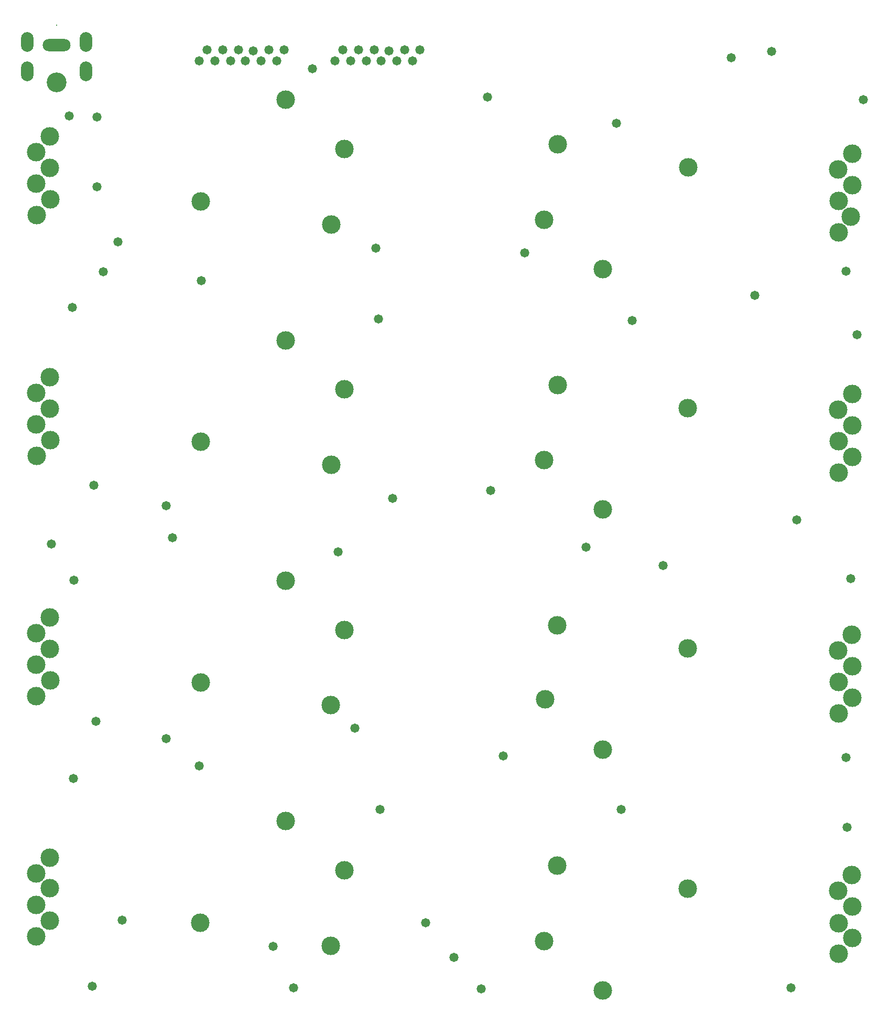
<source format=gbs>
G04*
G04 #@! TF.GenerationSoftware,Altium Limited,Altium Designer,24.0.1 (36)*
G04*
G04 Layer_Color=16711935*
%FSLAX44Y44*%
%MOMM*%
G71*
G04*
G04 #@! TF.SameCoordinates,133CE3EA-F9F0-4B72-99F4-21709E576B51*
G04*
G04*
G04 #@! TF.FilePolarity,Negative*
G04*
G01*
G75*
%ADD27O,2.0032X3.2032*%
%ADD28O,4.5032X2.0032*%
%ADD29C,3.2032*%
%ADD30C,0.2032*%
%ADD31C,3.0032*%
%ADD32C,1.4732*%
D27*
X305310Y1532800D02*
D03*
X210310D02*
D03*
Y1579800D02*
D03*
X305310D02*
D03*
D28*
X257810Y1574800D02*
D03*
D29*
Y1514800D02*
D03*
D30*
Y1607300D02*
D03*
D31*
X1542665Y910155D02*
D03*
X247239Y937796D02*
D03*
X246739Y988596D02*
D03*
X224738Y1013996D02*
D03*
Y963196D02*
D03*
X224992Y912396D02*
D03*
X246583Y651313D02*
D03*
X224836Y524313D02*
D03*
X247083Y549713D02*
D03*
X224582Y625913D02*
D03*
X246583Y600513D02*
D03*
X224582Y575113D02*
D03*
X489891Y158521D02*
D03*
X627701Y1098550D02*
D03*
X246427Y263230D02*
D03*
X224680Y136230D02*
D03*
X246739Y1039396D02*
D03*
X246927Y161630D02*
D03*
X224426Y187030D02*
D03*
Y237830D02*
D03*
X246316Y214161D02*
D03*
X490359Y1322769D02*
D03*
X224894Y1402079D02*
D03*
X246895Y1427479D02*
D03*
X627857Y1486633D02*
D03*
X225148Y1300479D02*
D03*
X247395Y1325879D02*
D03*
X246895Y1376679D02*
D03*
X224894Y1351279D02*
D03*
X1066229Y250444D02*
D03*
X1520508Y496672D02*
D03*
X1542099Y235590D02*
D03*
X1139546Y437519D02*
D03*
X1277044Y601382D02*
D03*
X1046480Y519430D02*
D03*
X1066385Y638527D02*
D03*
X1542509Y522072D02*
D03*
Y572873D02*
D03*
X1542255Y623673D02*
D03*
X1520008Y598273D02*
D03*
X1520508Y547472D02*
D03*
X1139390Y49436D02*
D03*
X700550Y121376D02*
D03*
X1520352Y108589D02*
D03*
X1519852Y210190D02*
D03*
X1542353Y184790D02*
D03*
Y133990D02*
D03*
X1520462Y157659D02*
D03*
X1276888Y213299D02*
D03*
X721996Y243000D02*
D03*
X1044783Y128820D02*
D03*
X1045251Y1293069D02*
D03*
X1045095Y904986D02*
D03*
X700862Y897542D02*
D03*
X722308Y1019166D02*
D03*
X722464Y1407248D02*
D03*
X701018Y1285624D02*
D03*
X1066541Y1026610D02*
D03*
X1520664Y884755D02*
D03*
X1139702Y825601D02*
D03*
X1277200Y989465D02*
D03*
X1520164Y986356D02*
D03*
X1520664Y935555D02*
D03*
X1520820Y1272838D02*
D03*
X1540510Y1297940D02*
D03*
X1520820Y1323638D02*
D03*
X1542567Y1399839D02*
D03*
X1542821Y1349038D02*
D03*
X1520320Y1374438D02*
D03*
X1066697Y1414693D02*
D03*
X1277356Y1377548D02*
D03*
X1139858Y1213684D02*
D03*
X1542665Y960956D02*
D03*
X1542411Y1011756D02*
D03*
X627389Y322384D02*
D03*
X722152Y631083D02*
D03*
X627545Y710467D02*
D03*
X490047Y546604D02*
D03*
X490203Y934686D02*
D03*
X700706Y509459D02*
D03*
D32*
X322580Y1346200D02*
D03*
Y1459230D02*
D03*
X278130Y1460500D02*
D03*
X670560Y1536700D02*
D03*
X1560830Y1487170D02*
D03*
X1412240Y1564640D02*
D03*
X1162050Y1449070D02*
D03*
X1347470Y1554480D02*
D03*
X953770Y1490980D02*
D03*
X1013460Y1239520D02*
D03*
X1187450Y1130300D02*
D03*
X1385570Y1170940D02*
D03*
X1550670Y1107440D02*
D03*
X1532890Y1210310D02*
D03*
X1112520Y764540D02*
D03*
X1236980Y735330D02*
D03*
X958850Y855980D02*
D03*
X1540510Y713740D02*
D03*
X1452880Y808990D02*
D03*
X1443990Y53340D02*
D03*
X979170Y427990D02*
D03*
X1169670Y341630D02*
D03*
X1534160Y312420D02*
D03*
X1532890Y425450D02*
D03*
X487680Y411480D02*
D03*
X321310Y483870D02*
D03*
X284480Y391160D02*
D03*
X434340Y455930D02*
D03*
X899414Y102616D02*
D03*
X363220Y162560D02*
D03*
X607060Y120650D02*
D03*
X640080Y53340D02*
D03*
X943610Y52070D02*
D03*
X314960Y55880D02*
D03*
X853440Y158750D02*
D03*
X779780Y341630D02*
D03*
X739140Y472440D02*
D03*
X712470Y756920D02*
D03*
X800100Y843280D02*
D03*
X777240Y1132840D02*
D03*
X773430Y1247140D02*
D03*
X444500Y779780D02*
D03*
X285750Y711200D02*
D03*
X317500Y864870D02*
D03*
X248920Y769620D02*
D03*
X434340Y831850D02*
D03*
X332740Y1209040D02*
D03*
X283210Y1151890D02*
D03*
X491490Y1195070D02*
D03*
X356870Y1257300D02*
D03*
X770458Y1567014D02*
D03*
X781888Y1549234D02*
D03*
X794588Y1565744D02*
D03*
X745058Y1567014D02*
D03*
X757758Y1549234D02*
D03*
X719658Y1567014D02*
D03*
X732358Y1549234D02*
D03*
X706958D02*
D03*
X807023Y1549369D02*
D03*
X832023D02*
D03*
X819658Y1567014D02*
D03*
X844658D02*
D03*
X625380Y1567180D02*
D03*
X600380D02*
D03*
X612745Y1549535D02*
D03*
X587745D02*
D03*
X487680Y1549400D02*
D03*
X513080D02*
D03*
X500380Y1567180D02*
D03*
X538480Y1549400D02*
D03*
X525780Y1567180D02*
D03*
X575310Y1565910D02*
D03*
X562610Y1549400D02*
D03*
X551180Y1567180D02*
D03*
M02*

</source>
